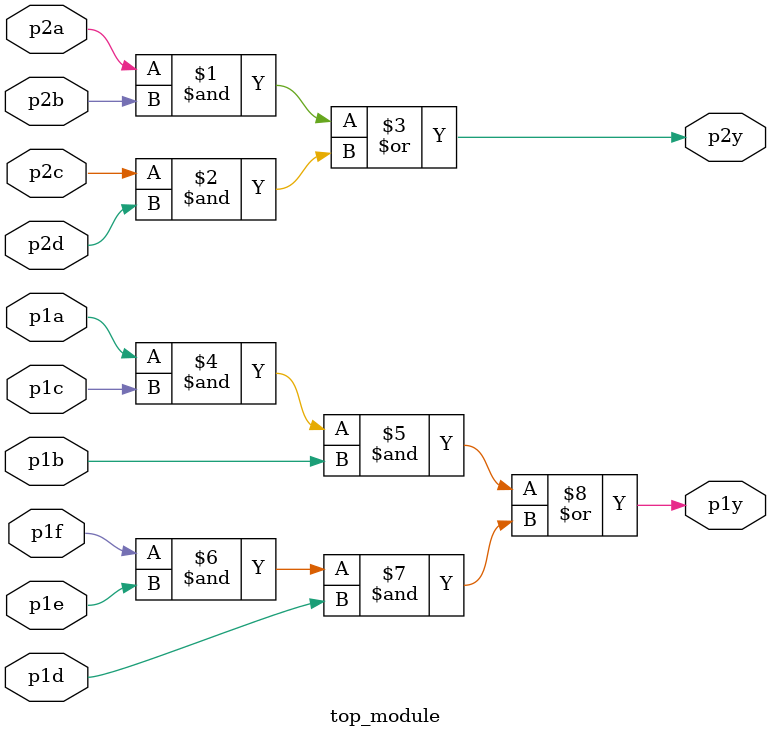
<source format=v>
module top_module ( 
        input p1a, p1b, p1c, p1d, p1e, p1f,
        output p1y,
        input p2a, p2b, p2c, p2d,
        output p2y 
    );
    assign p2y=((p2a&p2b)|(p2c&p2d));
    assign p1y=((p1a&p1c&p1b)|(p1f&p1e&p1d));
endmodule 
</source>
